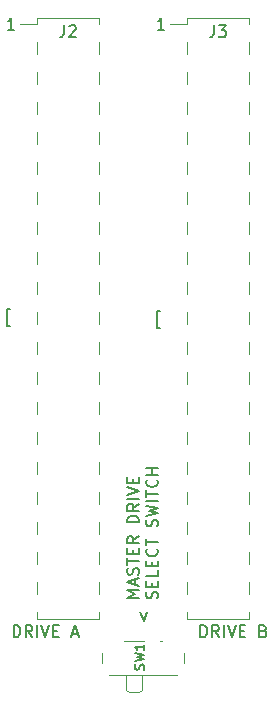
<source format=gbr>
%TF.GenerationSoftware,KiCad,Pcbnew,(6.0.4-0)*%
%TF.CreationDate,2022-06-07T12:02:57-06:00*%
%TF.ProjectId,ide_cable_select_switch,6964655f-6361-4626-9c65-5f73656c6563,rev?*%
%TF.SameCoordinates,Original*%
%TF.FileFunction,Legend,Top*%
%TF.FilePolarity,Positive*%
%FSLAX46Y46*%
G04 Gerber Fmt 4.6, Leading zero omitted, Abs format (unit mm)*
G04 Created by KiCad (PCBNEW (6.0.4-0)) date 2022-06-07 12:02:57*
%MOMM*%
%LPD*%
G01*
G04 APERTURE LIST*
%ADD10C,0.150000*%
%ADD11C,0.120000*%
%ADD12R,0.700000X1.500000*%
%ADD13C,0.900000*%
%ADD14R,1.000000X0.800000*%
%ADD15R,3.150000X1.000000*%
G04 APERTURE END LIST*
D10*
X154725714Y-109474047D02*
X155011428Y-110235952D01*
X155297142Y-109474047D01*
X154587380Y-108249404D02*
X153587380Y-108249404D01*
X154301666Y-107916071D01*
X153587380Y-107582738D01*
X154587380Y-107582738D01*
X154301666Y-107154166D02*
X154301666Y-106677976D01*
X154587380Y-107249404D02*
X153587380Y-106916071D01*
X154587380Y-106582738D01*
X154539761Y-106297023D02*
X154587380Y-106154166D01*
X154587380Y-105916071D01*
X154539761Y-105820833D01*
X154492142Y-105773214D01*
X154396904Y-105725595D01*
X154301666Y-105725595D01*
X154206428Y-105773214D01*
X154158809Y-105820833D01*
X154111190Y-105916071D01*
X154063571Y-106106547D01*
X154015952Y-106201785D01*
X153968333Y-106249404D01*
X153873095Y-106297023D01*
X153777857Y-106297023D01*
X153682619Y-106249404D01*
X153635000Y-106201785D01*
X153587380Y-106106547D01*
X153587380Y-105868452D01*
X153635000Y-105725595D01*
X153587380Y-105439880D02*
X153587380Y-104868452D01*
X154587380Y-105154166D02*
X153587380Y-105154166D01*
X154063571Y-104535119D02*
X154063571Y-104201785D01*
X154587380Y-104058928D02*
X154587380Y-104535119D01*
X153587380Y-104535119D01*
X153587380Y-104058928D01*
X154587380Y-103058928D02*
X154111190Y-103392261D01*
X154587380Y-103630357D02*
X153587380Y-103630357D01*
X153587380Y-103249404D01*
X153635000Y-103154166D01*
X153682619Y-103106547D01*
X153777857Y-103058928D01*
X153920714Y-103058928D01*
X154015952Y-103106547D01*
X154063571Y-103154166D01*
X154111190Y-103249404D01*
X154111190Y-103630357D01*
X154587380Y-101868452D02*
X153587380Y-101868452D01*
X153587380Y-101630357D01*
X153635000Y-101487500D01*
X153730238Y-101392261D01*
X153825476Y-101344642D01*
X154015952Y-101297023D01*
X154158809Y-101297023D01*
X154349285Y-101344642D01*
X154444523Y-101392261D01*
X154539761Y-101487500D01*
X154587380Y-101630357D01*
X154587380Y-101868452D01*
X154587380Y-100297023D02*
X154111190Y-100630357D01*
X154587380Y-100868452D02*
X153587380Y-100868452D01*
X153587380Y-100487500D01*
X153635000Y-100392261D01*
X153682619Y-100344642D01*
X153777857Y-100297023D01*
X153920714Y-100297023D01*
X154015952Y-100344642D01*
X154063571Y-100392261D01*
X154111190Y-100487500D01*
X154111190Y-100868452D01*
X154587380Y-99868452D02*
X153587380Y-99868452D01*
X153587380Y-99535119D02*
X154587380Y-99201785D01*
X153587380Y-98868452D01*
X154063571Y-98535119D02*
X154063571Y-98201785D01*
X154587380Y-98058928D02*
X154587380Y-98535119D01*
X153587380Y-98535119D01*
X153587380Y-98058928D01*
X156149761Y-108297023D02*
X156197380Y-108154166D01*
X156197380Y-107916071D01*
X156149761Y-107820833D01*
X156102142Y-107773214D01*
X156006904Y-107725595D01*
X155911666Y-107725595D01*
X155816428Y-107773214D01*
X155768809Y-107820833D01*
X155721190Y-107916071D01*
X155673571Y-108106547D01*
X155625952Y-108201785D01*
X155578333Y-108249404D01*
X155483095Y-108297023D01*
X155387857Y-108297023D01*
X155292619Y-108249404D01*
X155245000Y-108201785D01*
X155197380Y-108106547D01*
X155197380Y-107868452D01*
X155245000Y-107725595D01*
X155673571Y-107297023D02*
X155673571Y-106963690D01*
X156197380Y-106820833D02*
X156197380Y-107297023D01*
X155197380Y-107297023D01*
X155197380Y-106820833D01*
X156197380Y-105916071D02*
X156197380Y-106392261D01*
X155197380Y-106392261D01*
X155673571Y-105582738D02*
X155673571Y-105249404D01*
X156197380Y-105106547D02*
X156197380Y-105582738D01*
X155197380Y-105582738D01*
X155197380Y-105106547D01*
X156102142Y-104106547D02*
X156149761Y-104154166D01*
X156197380Y-104297023D01*
X156197380Y-104392261D01*
X156149761Y-104535119D01*
X156054523Y-104630357D01*
X155959285Y-104677976D01*
X155768809Y-104725595D01*
X155625952Y-104725595D01*
X155435476Y-104677976D01*
X155340238Y-104630357D01*
X155245000Y-104535119D01*
X155197380Y-104392261D01*
X155197380Y-104297023D01*
X155245000Y-104154166D01*
X155292619Y-104106547D01*
X155197380Y-103820833D02*
X155197380Y-103249404D01*
X156197380Y-103535119D02*
X155197380Y-103535119D01*
X156149761Y-102201785D02*
X156197380Y-102058928D01*
X156197380Y-101820833D01*
X156149761Y-101725595D01*
X156102142Y-101677976D01*
X156006904Y-101630357D01*
X155911666Y-101630357D01*
X155816428Y-101677976D01*
X155768809Y-101725595D01*
X155721190Y-101820833D01*
X155673571Y-102011309D01*
X155625952Y-102106547D01*
X155578333Y-102154166D01*
X155483095Y-102201785D01*
X155387857Y-102201785D01*
X155292619Y-102154166D01*
X155245000Y-102106547D01*
X155197380Y-102011309D01*
X155197380Y-101773214D01*
X155245000Y-101630357D01*
X155197380Y-101297023D02*
X156197380Y-101058928D01*
X155483095Y-100868452D01*
X156197380Y-100677976D01*
X155197380Y-100439880D01*
X156197380Y-100058928D02*
X155197380Y-100058928D01*
X155197380Y-99725595D02*
X155197380Y-99154166D01*
X156197380Y-99439880D02*
X155197380Y-99439880D01*
X156102142Y-98249404D02*
X156149761Y-98297023D01*
X156197380Y-98439880D01*
X156197380Y-98535119D01*
X156149761Y-98677976D01*
X156054523Y-98773214D01*
X155959285Y-98820833D01*
X155768809Y-98868452D01*
X155625952Y-98868452D01*
X155435476Y-98820833D01*
X155340238Y-98773214D01*
X155245000Y-98677976D01*
X155197380Y-98535119D01*
X155197380Y-98439880D01*
X155245000Y-98297023D01*
X155292619Y-98249404D01*
X156197380Y-97820833D02*
X155197380Y-97820833D01*
X155673571Y-97820833D02*
X155673571Y-97249404D01*
X156197380Y-97249404D02*
X155197380Y-97249404D01*
X156400476Y-85367714D02*
X156162380Y-85367714D01*
X156162380Y-83939142D01*
X156400476Y-83939142D01*
X143700476Y-85240714D02*
X143462380Y-85240714D01*
X143462380Y-83812142D01*
X143700476Y-83812142D01*
X156749714Y-60142380D02*
X156178285Y-60142380D01*
X156464000Y-60142380D02*
X156464000Y-59142380D01*
X156368761Y-59285238D01*
X156273523Y-59380476D01*
X156178285Y-59428095D01*
X144049714Y-60142380D02*
X143478285Y-60142380D01*
X143764000Y-60142380D02*
X143764000Y-59142380D01*
X143668761Y-59285238D01*
X143573523Y-59380476D01*
X143478285Y-59428095D01*
X143994523Y-111577380D02*
X143994523Y-110577380D01*
X144232619Y-110577380D01*
X144375476Y-110625000D01*
X144470714Y-110720238D01*
X144518333Y-110815476D01*
X144565952Y-111005952D01*
X144565952Y-111148809D01*
X144518333Y-111339285D01*
X144470714Y-111434523D01*
X144375476Y-111529761D01*
X144232619Y-111577380D01*
X143994523Y-111577380D01*
X145565952Y-111577380D02*
X145232619Y-111101190D01*
X144994523Y-111577380D02*
X144994523Y-110577380D01*
X145375476Y-110577380D01*
X145470714Y-110625000D01*
X145518333Y-110672619D01*
X145565952Y-110767857D01*
X145565952Y-110910714D01*
X145518333Y-111005952D01*
X145470714Y-111053571D01*
X145375476Y-111101190D01*
X144994523Y-111101190D01*
X145994523Y-111577380D02*
X145994523Y-110577380D01*
X146327857Y-110577380D02*
X146661190Y-111577380D01*
X146994523Y-110577380D01*
X147327857Y-111053571D02*
X147661190Y-111053571D01*
X147804047Y-111577380D02*
X147327857Y-111577380D01*
X147327857Y-110577380D01*
X147804047Y-110577380D01*
X148946904Y-111291666D02*
X149423095Y-111291666D01*
X148851666Y-111577380D02*
X149185000Y-110577380D01*
X149518333Y-111577380D01*
X159798095Y-111577380D02*
X159798095Y-110577380D01*
X160036190Y-110577380D01*
X160179047Y-110625000D01*
X160274285Y-110720238D01*
X160321904Y-110815476D01*
X160369523Y-111005952D01*
X160369523Y-111148809D01*
X160321904Y-111339285D01*
X160274285Y-111434523D01*
X160179047Y-111529761D01*
X160036190Y-111577380D01*
X159798095Y-111577380D01*
X161369523Y-111577380D02*
X161036190Y-111101190D01*
X160798095Y-111577380D02*
X160798095Y-110577380D01*
X161179047Y-110577380D01*
X161274285Y-110625000D01*
X161321904Y-110672619D01*
X161369523Y-110767857D01*
X161369523Y-110910714D01*
X161321904Y-111005952D01*
X161274285Y-111053571D01*
X161179047Y-111101190D01*
X160798095Y-111101190D01*
X161798095Y-111577380D02*
X161798095Y-110577380D01*
X162131428Y-110577380D02*
X162464761Y-111577380D01*
X162798095Y-110577380D01*
X163131428Y-111053571D02*
X163464761Y-111053571D01*
X163607619Y-111577380D02*
X163131428Y-111577380D01*
X163131428Y-110577380D01*
X163607619Y-110577380D01*
X165131428Y-111053571D02*
X165274285Y-111101190D01*
X165321904Y-111148809D01*
X165369523Y-111244047D01*
X165369523Y-111386904D01*
X165321904Y-111482142D01*
X165274285Y-111529761D01*
X165179047Y-111577380D01*
X164798095Y-111577380D01*
X164798095Y-110577380D01*
X165131428Y-110577380D01*
X165226666Y-110625000D01*
X165274285Y-110672619D01*
X165321904Y-110767857D01*
X165321904Y-110863095D01*
X165274285Y-110958333D01*
X165226666Y-111005952D01*
X165131428Y-111053571D01*
X164798095Y-111053571D01*
%TO.C,SW1*%
X155009809Y-114350666D02*
X155047904Y-114236380D01*
X155047904Y-114045904D01*
X155009809Y-113969714D01*
X154971714Y-113931619D01*
X154895523Y-113893523D01*
X154819333Y-113893523D01*
X154743142Y-113931619D01*
X154705047Y-113969714D01*
X154666952Y-114045904D01*
X154628857Y-114198285D01*
X154590761Y-114274476D01*
X154552666Y-114312571D01*
X154476476Y-114350666D01*
X154400285Y-114350666D01*
X154324095Y-114312571D01*
X154286000Y-114274476D01*
X154247904Y-114198285D01*
X154247904Y-114007809D01*
X154286000Y-113893523D01*
X154247904Y-113626857D02*
X155047904Y-113436380D01*
X154476476Y-113284000D01*
X155047904Y-113131619D01*
X154247904Y-112941142D01*
X155047904Y-112217333D02*
X155047904Y-112674476D01*
X155047904Y-112445904D02*
X154247904Y-112445904D01*
X154362190Y-112522095D01*
X154438380Y-112598285D01*
X154476476Y-112674476D01*
%TO.C,J2*%
X148256666Y-59777380D02*
X148256666Y-60491666D01*
X148209047Y-60634523D01*
X148113809Y-60729761D01*
X147970952Y-60777380D01*
X147875714Y-60777380D01*
X148685238Y-59872619D02*
X148732857Y-59825000D01*
X148828095Y-59777380D01*
X149066190Y-59777380D01*
X149161428Y-59825000D01*
X149209047Y-59872619D01*
X149256666Y-59967857D01*
X149256666Y-60063095D01*
X149209047Y-60205952D01*
X148637619Y-60777380D01*
X149256666Y-60777380D01*
%TO.C,J3*%
X160956666Y-59777380D02*
X160956666Y-60491666D01*
X160909047Y-60634523D01*
X160813809Y-60729761D01*
X160670952Y-60777380D01*
X160575714Y-60777380D01*
X161337619Y-59777380D02*
X161956666Y-59777380D01*
X161623333Y-60158333D01*
X161766190Y-60158333D01*
X161861428Y-60205952D01*
X161909047Y-60253571D01*
X161956666Y-60348809D01*
X161956666Y-60586904D01*
X161909047Y-60682142D01*
X161861428Y-60729761D01*
X161766190Y-60777380D01*
X161480476Y-60777380D01*
X161385238Y-60729761D01*
X161337619Y-60682142D01*
D11*
%TO.C,SW1*%
X153340000Y-111910000D02*
X155040000Y-111910000D01*
X154840000Y-116050000D02*
X154840000Y-114760000D01*
X153740000Y-116260000D02*
X154640000Y-116260000D01*
X151490000Y-112960000D02*
X151490000Y-113750000D01*
X152090000Y-114760000D02*
X157790000Y-114760000D01*
X153540000Y-116050000D02*
X153740000Y-116260000D01*
X153540000Y-114760000D02*
X153540000Y-116050000D01*
X154840000Y-116050000D02*
X154640000Y-116260000D01*
X158390000Y-113750000D02*
X158390000Y-112960000D01*
X156340000Y-111910000D02*
X156540000Y-111910000D01*
%TO.C,J2*%
X145990000Y-81532000D02*
X145990000Y-82552000D01*
X145990000Y-99312000D02*
X145990000Y-100332000D01*
X144550000Y-59692000D02*
X145990000Y-59692000D01*
X151190000Y-73912000D02*
X151190000Y-74932000D01*
X151190000Y-81532000D02*
X151190000Y-82552000D01*
X145990000Y-86612000D02*
X145990000Y-87632000D01*
X151190000Y-78992000D02*
X151190000Y-80012000D01*
X151190000Y-104392000D02*
X151190000Y-105412000D01*
X145990000Y-59122000D02*
X145990000Y-59692000D01*
X145990000Y-106932000D02*
X145990000Y-107952000D01*
X151190000Y-76452000D02*
X151190000Y-77472000D01*
X145990000Y-101852000D02*
X145990000Y-102872000D01*
X145990000Y-109472000D02*
X145990000Y-110042000D01*
X145990000Y-96772000D02*
X145990000Y-97792000D01*
X145990000Y-68832000D02*
X145990000Y-69852000D01*
X151190000Y-91692000D02*
X151190000Y-92712000D01*
X151190000Y-96772000D02*
X151190000Y-97792000D01*
X151190000Y-61212000D02*
X151190000Y-62232000D01*
X145990000Y-110042000D02*
X151190000Y-110042000D01*
X151190000Y-84072000D02*
X151190000Y-85092000D01*
X151190000Y-89152000D02*
X151190000Y-90172000D01*
X145990000Y-91692000D02*
X145990000Y-92712000D01*
X145990000Y-61212000D02*
X145990000Y-62232000D01*
X145990000Y-104392000D02*
X145990000Y-105412000D01*
X151190000Y-101852000D02*
X151190000Y-102872000D01*
X145990000Y-78992000D02*
X145990000Y-80012000D01*
X145990000Y-76452000D02*
X145990000Y-77472000D01*
X151190000Y-109472000D02*
X151190000Y-110042000D01*
X145990000Y-73912000D02*
X145990000Y-74932000D01*
X145990000Y-89152000D02*
X145990000Y-90172000D01*
X145990000Y-94232000D02*
X145990000Y-95252000D01*
X151190000Y-86612000D02*
X151190000Y-87632000D01*
X145990000Y-63752000D02*
X145990000Y-64772000D01*
X151190000Y-59122000D02*
X151190000Y-59692000D01*
X151190000Y-71372000D02*
X151190000Y-72392000D01*
X151190000Y-66292000D02*
X151190000Y-67312000D01*
X151190000Y-106932000D02*
X151190000Y-107952000D01*
X151190000Y-94232000D02*
X151190000Y-95252000D01*
X145990000Y-59122000D02*
X151190000Y-59122000D01*
X151190000Y-63752000D02*
X151190000Y-64772000D01*
X151190000Y-68832000D02*
X151190000Y-69852000D01*
X145990000Y-71372000D02*
X145990000Y-72392000D01*
X145990000Y-84072000D02*
X145990000Y-85092000D01*
X151190000Y-99312000D02*
X151190000Y-100332000D01*
X145990000Y-66292000D02*
X145990000Y-67312000D01*
%TO.C,J3*%
X163890000Y-73912000D02*
X163890000Y-74932000D01*
X163890000Y-63752000D02*
X163890000Y-64772000D01*
X158690000Y-96772000D02*
X158690000Y-97792000D01*
X158690000Y-59122000D02*
X163890000Y-59122000D01*
X163890000Y-76452000D02*
X163890000Y-77472000D01*
X157250000Y-59692000D02*
X158690000Y-59692000D01*
X158690000Y-73912000D02*
X158690000Y-74932000D01*
X158690000Y-68832000D02*
X158690000Y-69852000D01*
X163890000Y-89152000D02*
X163890000Y-90172000D01*
X163890000Y-66292000D02*
X163890000Y-67312000D01*
X158690000Y-101852000D02*
X158690000Y-102872000D01*
X163890000Y-94232000D02*
X163890000Y-95252000D01*
X158690000Y-71372000D02*
X158690000Y-72392000D01*
X163890000Y-68832000D02*
X163890000Y-69852000D01*
X163890000Y-78992000D02*
X163890000Y-80012000D01*
X158690000Y-89152000D02*
X158690000Y-90172000D01*
X163890000Y-106932000D02*
X163890000Y-107952000D01*
X158690000Y-66292000D02*
X158690000Y-67312000D01*
X158690000Y-86612000D02*
X158690000Y-87632000D01*
X163890000Y-109472000D02*
X163890000Y-110042000D01*
X158690000Y-61212000D02*
X158690000Y-62232000D01*
X163890000Y-59122000D02*
X163890000Y-59692000D01*
X163890000Y-61212000D02*
X163890000Y-62232000D01*
X163890000Y-91692000D02*
X163890000Y-92712000D01*
X163890000Y-101852000D02*
X163890000Y-102872000D01*
X163890000Y-96772000D02*
X163890000Y-97792000D01*
X158690000Y-63752000D02*
X158690000Y-64772000D01*
X163890000Y-71372000D02*
X163890000Y-72392000D01*
X158690000Y-109472000D02*
X158690000Y-110042000D01*
X163890000Y-81532000D02*
X163890000Y-82552000D01*
X163890000Y-104392000D02*
X163890000Y-105412000D01*
X158690000Y-106932000D02*
X158690000Y-107952000D01*
X158690000Y-78992000D02*
X158690000Y-80012000D01*
X158690000Y-76452000D02*
X158690000Y-77472000D01*
X163890000Y-84072000D02*
X163890000Y-85092000D01*
X158690000Y-81532000D02*
X158690000Y-82552000D01*
X158690000Y-59122000D02*
X158690000Y-59692000D01*
X158690000Y-104392000D02*
X158690000Y-105412000D01*
X158690000Y-84072000D02*
X158690000Y-85092000D01*
X158690000Y-110042000D02*
X163890000Y-110042000D01*
X158690000Y-99312000D02*
X158690000Y-100332000D01*
X163890000Y-86612000D02*
X163890000Y-87632000D01*
X163890000Y-99312000D02*
X163890000Y-100332000D01*
X158690000Y-94232000D02*
X158690000Y-95252000D01*
X158690000Y-91692000D02*
X158690000Y-92712000D01*
%TD*%
%LPC*%
D12*
%TO.C,SW1*%
X157190000Y-111600000D03*
X155690000Y-111600000D03*
X152690000Y-111600000D03*
D13*
X156440000Y-113360000D03*
D14*
X151290000Y-112250000D03*
X151290000Y-114460000D03*
X158590000Y-114460000D03*
D13*
X153440000Y-113360000D03*
D14*
X158590000Y-112250000D03*
%TD*%
D15*
%TO.C,J2*%
X146065000Y-60452000D03*
X151115000Y-60452000D03*
X146065000Y-62992000D03*
X151115000Y-62992000D03*
X146065000Y-65532000D03*
X151115000Y-65532000D03*
X146065000Y-68072000D03*
X151115000Y-68072000D03*
X146065000Y-70612000D03*
X151115000Y-70612000D03*
X146065000Y-73152000D03*
X151115000Y-73152000D03*
X146065000Y-75692000D03*
X151115000Y-75692000D03*
X146065000Y-78232000D03*
X151115000Y-78232000D03*
X146065000Y-80772000D03*
X151115000Y-80772000D03*
X146065000Y-83312000D03*
X151115000Y-83312000D03*
X146065000Y-85852000D03*
X151115000Y-85852000D03*
X146065000Y-88392000D03*
X151115000Y-88392000D03*
X146065000Y-90932000D03*
X151115000Y-90932000D03*
X146065000Y-93472000D03*
X151115000Y-93472000D03*
X146065000Y-96012000D03*
X151115000Y-96012000D03*
X146065000Y-98552000D03*
X151115000Y-98552000D03*
X146065000Y-101092000D03*
X151115000Y-101092000D03*
X146065000Y-103632000D03*
X151115000Y-103632000D03*
X146065000Y-106172000D03*
X151115000Y-106172000D03*
X146065000Y-108712000D03*
X151115000Y-108712000D03*
%TD*%
%TO.C,J3*%
X158765000Y-60452000D03*
X163815000Y-60452000D03*
X158765000Y-62992000D03*
X163815000Y-62992000D03*
X158765000Y-65532000D03*
X163815000Y-65532000D03*
X158765000Y-68072000D03*
X163815000Y-68072000D03*
X158765000Y-70612000D03*
X163815000Y-70612000D03*
X158765000Y-73152000D03*
X163815000Y-73152000D03*
X158765000Y-75692000D03*
X163815000Y-75692000D03*
X158765000Y-78232000D03*
X163815000Y-78232000D03*
X158765000Y-80772000D03*
X163815000Y-80772000D03*
X158765000Y-83312000D03*
X163815000Y-83312000D03*
X158765000Y-85852000D03*
X163815000Y-85852000D03*
X158765000Y-88392000D03*
X163815000Y-88392000D03*
X158765000Y-90932000D03*
X163815000Y-90932000D03*
X158765000Y-93472000D03*
X163815000Y-93472000D03*
X158765000Y-96012000D03*
X163815000Y-96012000D03*
X158765000Y-98552000D03*
X163815000Y-98552000D03*
X158765000Y-101092000D03*
X163815000Y-101092000D03*
X158765000Y-103632000D03*
X163815000Y-103632000D03*
X158765000Y-106172000D03*
X163815000Y-106172000D03*
X158765000Y-108712000D03*
X163815000Y-108712000D03*
%TD*%
M02*

</source>
